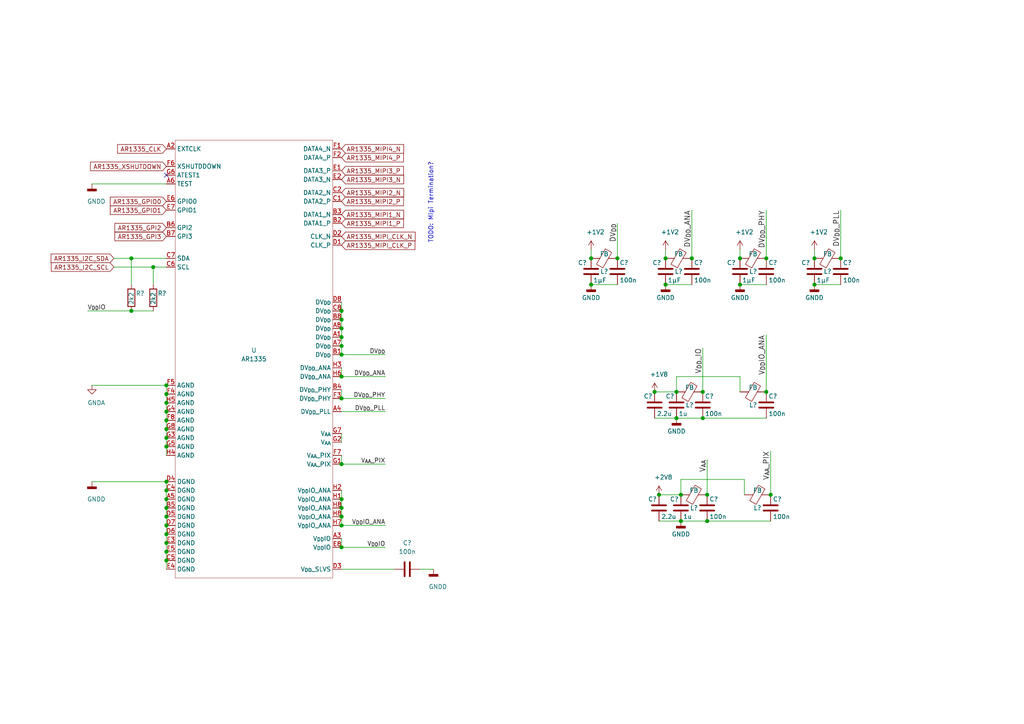
<source format=kicad_sch>
(kicad_sch (version 20201015) (generator eeschema)
  (paper "A4")
  (lib_symbols
    (symbol "Device:C" (pin_numbers hide) (pin_names (offset 0.254))
      (property "Reference" "C" (at 0.635 2.54 0))
      (property "Value" "C" (at 0.635 -2.54 0))
      (symbol "C_0_1"
        (polyline (pts (xy -2.032 -0.762) (xy 2.032 -0.762)) (stroke (width 0.508)))
        (polyline (pts (xy -2.032 0.762) (xy 2.032 0.762)) (stroke (width 0.508)))
      )
      (symbol "C_1_1"
        (pin passive line (at 0 3.81 270) (length 2.794) (name "~") (number "1"))
        (pin passive line (at 0 -3.81 90) (length 2.794) (name "~") (number "2"))
      )
    )
    (symbol "Device:FerriteBead" (pin_numbers hide) (pin_names (offset 0))
      (property "Reference" "FB" (at -3.81 0.635 90))
      (property "Value" "FerriteBead" (at 3.81 0 90))
      (symbol "FerriteBead_0_1"
        (polyline (pts (xy 0 -1.27) (xy 0 -1.2192)))
        (polyline (pts (xy 0 1.27) (xy 0 1.2954)))
        (polyline (pts (xy -2.7686 0.4064) (xy -1.7018 2.2606) (xy 2.7686 -0.3048) (xy 1.6764 -2.159) (xy -2.7686 0.4064)))
      )
      (symbol "FerriteBead_1_1"
        (pin passive line (at 0 3.81 270) (length 2.54) (name "~") (number "1"))
        (pin passive line (at 0 -3.81 90) (length 2.54) (name "~") (number "2"))
      )
    )
    (symbol "Device:R" (pin_numbers hide) (pin_names (offset 0))
      (property "Reference" "R" (at 2.032 0 90))
      (property "Value" "R" (at 0 0 90))
      (symbol "R_0_1"
        (rectangle (start -1.016 -2.54) (end 1.016 2.54) (stroke (width 0.254)))
      )
      (symbol "R_1_1"
        (pin passive line (at 0 3.81 270) (length 1.27) (name "~") (number "1"))
        (pin passive line (at 0 -3.81 90) (length 1.27) (name "~") (number "2"))
      )
    )
    (symbol "parts:AR1335"
      (property "Reference" "U" (at 0 -1.27 0))
      (property "Value" "AR1335" (at 0 1.27 0))
      (symbol "AR1335_0_0"
        (pin output line (at 25.4 50.8 180) (length 2.54) (name "DATA2_N") (number "C2"))
        (pin output line (at 25.4 38.1 180) (length 2.54) (name "CLK_N") (number "D2"))
        (pin output line (at 25.4 63.5 180) (length 2.54) (name "DATA4_N") (number "F1"))
        (pin power_in line (at 25.4 -21.59 180) (length 2.54) (name "V_{AA}") (number "G2"))
        (pin power_in line (at 25.4 -43.18 180) (length 2.54) (name "V_{DDI}O_ANA") (number "H8"))
        (pin output line (at 25.4 44.45 180) (length 2.54) (name "DATA1_N") (number "B3"))
        (pin power_in line (at 25.4 -58.42 180) (length 2.54) (name "V_{DD}_SLVS") (number "D3"))
        (pin power_in line (at -25.4 -33.02 0) (length 2.54) (name "DGND") (number "D4"))
        (pin power_in line (at 25.4 -6.35 180) (length 2.54) (name "DV_{DD}_PHY") (number "B4"))
        (pin power_in line (at -25.4 -12.7 0) (length 2.54) (name "AGND") (number "G4"))
        (pin power_in line (at 25.4 6.35 180) (length 2.54) (name "DV_{DD}") (number "A7"))
        (pin power_in line (at 25.4 -12.7 180) (length 2.54) (name "DV_{DD}_PLL") (number "A4"))
        (pin power_in line (at -25.4 -35.56 0) (length 2.54) (name "DGND") (number "C4"))
        (pin power_in line (at -25.4 -38.1 0) (length 2.54) (name "DGND") (number "A5"))
        (pin power_in line (at -25.4 -40.64 0) (length 2.54) (name "DGND") (number "B5"))
        (pin power_in line (at -25.4 -15.24 0) (length 2.54) (name "AGND") (number "F8"))
        (pin power_in line (at -25.4 -17.78 0) (length 2.54) (name "AGND") (number "G8"))
        (pin power_in line (at -25.4 -20.32 0) (length 2.54) (name "AGND") (number "G3"))
        (pin power_in line (at -25.4 -43.18 0) (length 2.54) (name "DGND") (number "D5"))
        (pin power_in line (at -25.4 -45.72 0) (length 2.54) (name "DGND") (number "D7"))
        (pin power_in line (at -25.4 -48.26 0) (length 2.54) (name "DGND") (number "D6"))
        (pin power_in line (at -25.4 -50.8 0) (length 2.54) (name "DGND") (number "E3"))
        (pin power_in line (at -25.4 -53.34 0) (length 2.54) (name "DGND") (number "E5"))
        (pin power_in line (at -25.4 -5.08 0) (length 2.54) (name "AGND") (number "F5"))
        (pin power_in line (at -25.4 -7.62 0) (length 2.54) (name "AGND") (number "F4"))
        (pin power_in line (at -25.4 -10.16 0) (length 2.54) (name "AGND") (number "H5"))
        (pin input line (at -25.4 53.34 0) (length 2.54) (name "TEST") (number "A6"))
        (pin input line (at -25.4 40.64 0) (length 2.54) (name "GPI2") (number "B6"))
        (pin input line (at -25.4 29.21 0) (length 2.54) (name "SCL") (number "C6"))
        (pin power_in line (at -25.4 -55.88 0) (length 2.54) (name "DGND") (number "C5"))
        (pin bidirectional line (at -25.4 48.26 0) (length 2.54) (name "GPIO0") (number "E6"))
        (pin input line (at -25.4 58.42 0) (length 2.54) (name "XSHUTDDOWN") (number "F6"))
        (pin input line (at -25.4 55.88 0) (length 2.54) (name "ATEST1") (number "G6"))
        (pin power_in line (at 25.4 3.81 180) (length 2.54) (name "DV_{DD}") (number "B1"))
        (pin input line (at -25.4 38.1 0) (length 2.54) (name "GPI3") (number "B7"))
        (pin input line (at -25.4 31.75 0) (length 2.54) (name "SDA") (number "C7"))
        (pin power_in line (at -25.4 -58.42 0) (length 2.54) (name "DGND") (number "E4"))
        (pin bidirectional line (at -25.4 45.72 0) (length 2.54) (name "GPIO1") (number "E7"))
        (pin power_in line (at 25.4 -19.05 180) (length 2.54) (name "V_{AA}") (number "G7"))
        (pin power_in line (at 25.4 -2.54 180) (length 2.54) (name "DV_{DD}_ANA") (number "H6"))
        (pin power_in line (at 25.4 11.43 180) (length 2.54) (name "DV_{DD}") (number "A8"))
        (pin power_in line (at 25.4 13.97 180) (length 2.54) (name "DV_{DD}") (number "B8"))
        (pin power_in line (at 25.4 16.51 180) (length 2.54) (name "DV_{DD}") (number "C8"))
        (pin power_in line (at 25.4 -52.07 180) (length 2.54) (name "V_{DD}IO") (number "E8"))
        (pin power_in line (at -25.4 -22.86 0) (length 2.54) (name "AGND") (number "G5"))
        (pin power_in line (at -25.4 -25.4 0) (length 2.54) (name "AGND") (number "H4"))
        (pin power_in line (at 25.4 -40.64 180) (length 2.54) (name "V_{DD}IO_ANA") (number "H8"))
        (pin power_in line (at 25.4 -49.53 180) (length 2.54) (name "V_{DD}IO") (number "A3"))
        (pin power_in line (at 25.4 19.05 180) (length 2.54) (name "DV_{DD}") (number "D8"))
        (pin output line (at 25.4 57.15 180) (length 2.54) (name "DATA3_P") (number "E1"))
        (pin power_in line (at 25.4 -8.89 180) (length 2.54) (name "DV_{DD}_PHY") (number "F3"))
        (pin power_in line (at 25.4 -27.94 180) (length 2.54) (name "V_{AA}_PIX") (number "G1"))
        (pin power_in line (at 25.4 -38.1 180) (length 2.54) (name "V_{DD}IO_ANA") (number "H1"))
        (pin power_in line (at 25.4 -35.56 180) (length 2.54) (name "V_{DD}IO_ANA") (number "H2"))
        (pin power_in line (at 25.4 0 180) (length 2.54) (name "DV_{DD}_ANA") (number "H3"))
      )
      (symbol "AR1335_0_1"
        (rectangle (start -22.86 66.04) (end 22.86 -60.96) (stroke (width 0.0006)))
      )
      (symbol "AR1335_1_1"
        (pin power_in line (at 25.4 8.89 180) (length 2.54) (name "DV_{DD}") (number "A1"))
        (pin output line (at 25.4 48.26 180) (length 2.54) (name "DATA2_P") (number "C1"))
        (pin output line (at 25.4 35.56 180) (length 2.54) (name "CLK_P") (number "D1"))
        (pin output line (at 25.4 54.61 180) (length 2.54) (name "DATA3_N") (number "E2"))
        (pin output line (at 25.4 60.96 180) (length 2.54) (name "DATA4_P") (number "F2"))
        (pin power_in line (at 25.4 -25.4 180) (length 2.54) (name "V_{AA}_PIX") (number "F7"))
        (pin power_in line (at 25.4 -45.72 180) (length 2.54) (name "V_{DD}IO_ANA") (number "H7"))
        (pin input line (at -25.4 63.5 0) (length 2.54) (name "EXTCLK") (number "A2"))
        (pin output line (at 25.4 41.91 180) (length 2.54) (name "DATA1_P") (number "B2"))
      )
    )
    (symbol "power:+1V2" (power) (pin_names (offset 0))
      (property "Value" "+1V2" (at 0 3.556 0))
      (symbol "+1V2_0_1"
        (polyline (pts (xy -0.762 1.27) (xy 0 2.54)))
        (polyline (pts (xy 0 0) (xy 0 2.54)))
        (polyline (pts (xy 0 2.54) (xy 0.762 1.27)))
      )
      (symbol "+1V2_1_1"
        (pin power_in line (at 0 0 90) (length 0) hide (name "+1V2") (number "1"))
      )
    )
    (symbol "power:+1V8" (power) (pin_names (offset 0))
      (property "Value" "+1V8" (at 0 3.556 0))
      (symbol "+1V8_0_1"
        (polyline (pts (xy -0.762 1.27) (xy 0 2.54)))
        (polyline (pts (xy 0 0) (xy 0 2.54)))
        (polyline (pts (xy 0 2.54) (xy 0.762 1.27)))
      )
      (symbol "+1V8_1_1"
        (pin power_in line (at 0 0 90) (length 0) hide (name "+1V8") (number "1"))
      )
    )
    (symbol "power:+2V8" (power) (pin_names (offset 0))
      (property "Value" "+2V8" (at 0 3.556 0))
      (symbol "+2V8_0_1"
        (polyline (pts (xy -0.762 1.27) (xy 0 2.54)))
        (polyline (pts (xy 0 0) (xy 0 2.54)))
        (polyline (pts (xy 0 2.54) (xy 0.762 1.27)))
      )
      (symbol "+2V8_1_1"
        (pin power_in line (at 0 0 90) (length 0) hide (name "+2V8") (number "1"))
      )
    )
    (symbol "power:GNDA" (power) (pin_names (offset 0))
      (property "Value" "GNDA" (at 0 -3.81 0))
      (symbol "GNDA_0_1"
        (polyline (pts (xy 0 0) (xy 0 -1.27) (xy 1.27 -1.27) (xy 0 -2.54) (xy -1.27 -1.27) (xy 0 -1.27)))
      )
      (symbol "GNDA_1_1"
        (pin power_in line (at 0 0 270) (length 0) hide (name "GNDA") (number "1"))
      )
    )
    (symbol "power:GNDD" (power) (pin_names (offset 0))
      (property "Value" "GNDD" (at 0 -3.175 0))
      (symbol "GNDD_0_1"
        (rectangle (start -1.27 -1.524) (end 1.27 -2.032) (stroke (width 0.254)) (fill (type outline)))
        (polyline (pts (xy 0 0) (xy 0 -1.524)))
      )
      (symbol "GNDD_1_1"
        (pin power_in line (at 0 0 270) (length 0) hide (name "GNDD") (number "1"))
      )
    )
  )
  (junction (at 38.1 74.93) (diameter 1.016))
  (junction (at 38.1 90.17) (diameter 1.016))
  (junction (at 44.45 77.47) (diameter 1.016))
  (junction (at 48.26 111.76) (diameter 1.016))
  (junction (at 48.26 114.3) (diameter 1.016))
  (junction (at 48.26 116.84) (diameter 1.016))
  (junction (at 48.26 119.38) (diameter 1.016))
  (junction (at 48.26 121.92) (diameter 1.016))
  (junction (at 48.26 124.46) (diameter 1.016))
  (junction (at 48.26 127) (diameter 1.016))
  (junction (at 48.26 129.54) (diameter 1.016))
  (junction (at 48.26 139.7) (diameter 1.016))
  (junction (at 48.26 142.24) (diameter 1.016))
  (junction (at 48.26 144.78) (diameter 1.016))
  (junction (at 48.26 147.32) (diameter 1.016))
  (junction (at 48.26 149.86) (diameter 1.016))
  (junction (at 48.26 152.4) (diameter 1.016))
  (junction (at 48.26 154.94) (diameter 1.016))
  (junction (at 48.26 157.48) (diameter 1.016))
  (junction (at 48.26 160.02) (diameter 1.016))
  (junction (at 48.26 162.56) (diameter 1.016))
  (junction (at 99.06 90.17) (diameter 1.016))
  (junction (at 99.06 92.71) (diameter 1.016))
  (junction (at 99.06 95.25) (diameter 1.016))
  (junction (at 99.06 97.79) (diameter 1.016))
  (junction (at 99.06 100.33) (diameter 1.016))
  (junction (at 99.06 102.87) (diameter 1.016))
  (junction (at 99.06 109.22) (diameter 1.016))
  (junction (at 99.06 115.57) (diameter 1.016))
  (junction (at 99.06 134.62) (diameter 1.016))
  (junction (at 99.06 144.78) (diameter 1.016))
  (junction (at 99.06 147.32) (diameter 1.016))
  (junction (at 99.06 149.86) (diameter 1.016))
  (junction (at 99.06 152.4) (diameter 1.016))
  (junction (at 99.06 158.75) (diameter 1.016))
  (junction (at 171.45 74.93) (diameter 1.016))
  (junction (at 171.45 82.55) (diameter 1.016))
  (junction (at 179.07 74.93) (diameter 1.016))
  (junction (at 189.865 113.665) (diameter 1.016))
  (junction (at 191.135 143.51) (diameter 1.016))
  (junction (at 193.04 74.93) (diameter 1.016))
  (junction (at 193.04 82.55) (diameter 1.016))
  (junction (at 196.215 113.665) (diameter 1.016))
  (junction (at 196.215 121.285) (diameter 1.016))
  (junction (at 197.485 143.51) (diameter 1.016))
  (junction (at 197.485 151.13) (diameter 1.016))
  (junction (at 200.66 74.93) (diameter 1.016))
  (junction (at 203.835 113.665) (diameter 1.016))
  (junction (at 203.835 121.285) (diameter 1.016))
  (junction (at 205.105 143.51) (diameter 1.016))
  (junction (at 205.105 151.13) (diameter 1.016))
  (junction (at 214.63 74.93) (diameter 1.016))
  (junction (at 214.63 82.55) (diameter 1.016))
  (junction (at 222.25 74.93) (diameter 1.016))
  (junction (at 222.25 113.665) (diameter 1.016))
  (junction (at 223.52 143.51) (diameter 1.016))
  (junction (at 236.22 74.93) (diameter 1.016))
  (junction (at 236.22 82.55) (diameter 1.016))
  (junction (at 243.84 74.93) (diameter 1.016))
  (no_connect (at 48.26 50.8))
  (wire (pts (xy 25.4 90.17) (xy 38.1 90.17)))
  (wire (pts (xy 26.67 53.34) (xy 48.26 53.34)))
  (wire (pts (xy 26.67 111.76) (xy 48.26 111.76)))
  (wire (pts (xy 26.67 139.7) (xy 48.26 139.7)))
  (wire (pts (xy 33.02 74.93) (xy 38.1 74.93)))
  (wire (pts (xy 33.02 77.47) (xy 44.45 77.47)))
  (wire (pts (xy 38.1 74.93) (xy 38.1 82.55)))
  (wire (pts (xy 38.1 74.93) (xy 48.26 74.93)))
  (wire (pts (xy 38.1 90.17) (xy 44.45 90.17)))
  (wire (pts (xy 44.45 77.47) (xy 44.45 82.55)))
  (wire (pts (xy 44.45 77.47) (xy 48.26 77.47)))
  (wire (pts (xy 48.26 111.76) (xy 48.26 114.3)))
  (wire (pts (xy 48.26 114.3) (xy 48.26 116.84)))
  (wire (pts (xy 48.26 116.84) (xy 48.26 119.38)))
  (wire (pts (xy 48.26 119.38) (xy 48.26 121.92)))
  (wire (pts (xy 48.26 121.92) (xy 48.26 124.46)))
  (wire (pts (xy 48.26 124.46) (xy 48.26 127)))
  (wire (pts (xy 48.26 127) (xy 48.26 129.54)))
  (wire (pts (xy 48.26 129.54) (xy 48.26 132.08)))
  (wire (pts (xy 48.26 139.7) (xy 48.26 142.24)))
  (wire (pts (xy 48.26 142.24) (xy 48.26 144.78)))
  (wire (pts (xy 48.26 144.78) (xy 48.26 147.32)))
  (wire (pts (xy 48.26 147.32) (xy 48.26 149.86)))
  (wire (pts (xy 48.26 149.86) (xy 48.26 152.4)))
  (wire (pts (xy 48.26 152.4) (xy 48.26 154.94)))
  (wire (pts (xy 48.26 154.94) (xy 48.26 157.48)))
  (wire (pts (xy 48.26 157.48) (xy 48.26 160.02)))
  (wire (pts (xy 48.26 160.02) (xy 48.26 162.56)))
  (wire (pts (xy 48.26 162.56) (xy 48.26 165.1)))
  (wire (pts (xy 99.06 87.63) (xy 99.06 90.17)))
  (wire (pts (xy 99.06 90.17) (xy 99.06 92.71)))
  (wire (pts (xy 99.06 92.71) (xy 99.06 95.25)))
  (wire (pts (xy 99.06 95.25) (xy 99.06 97.79)))
  (wire (pts (xy 99.06 97.79) (xy 99.06 100.33)))
  (wire (pts (xy 99.06 100.33) (xy 99.06 102.87)))
  (wire (pts (xy 99.06 102.87) (xy 111.76 102.87)))
  (wire (pts (xy 99.06 106.68) (xy 99.06 109.22)))
  (wire (pts (xy 99.06 109.22) (xy 111.76 109.22)))
  (wire (pts (xy 99.06 113.03) (xy 99.06 115.57)))
  (wire (pts (xy 99.06 115.57) (xy 111.76 115.57)))
  (wire (pts (xy 99.06 119.38) (xy 111.76 119.38)))
  (wire (pts (xy 99.06 125.73) (xy 99.06 128.27)))
  (wire (pts (xy 99.06 132.08) (xy 99.06 134.62)))
  (wire (pts (xy 99.06 134.62) (xy 111.76 134.62)))
  (wire (pts (xy 99.06 142.24) (xy 99.06 144.78)))
  (wire (pts (xy 99.06 144.78) (xy 99.06 147.32)))
  (wire (pts (xy 99.06 147.32) (xy 99.06 149.86)))
  (wire (pts (xy 99.06 149.86) (xy 99.06 152.4)))
  (wire (pts (xy 99.06 152.4) (xy 111.76 152.4)))
  (wire (pts (xy 99.06 156.21) (xy 99.06 158.75)))
  (wire (pts (xy 99.06 158.75) (xy 111.76 158.75)))
  (wire (pts (xy 99.06 165.1) (xy 114.3 165.1)))
  (wire (pts (xy 121.92 165.1) (xy 125.73 165.1)))
  (wire (pts (xy 171.45 74.93) (xy 171.45 72.39)))
  (wire (pts (xy 171.45 82.55) (xy 179.07 82.55)))
  (wire (pts (xy 179.07 74.93) (xy 179.07 64.77)))
  (wire (pts (xy 189.865 113.665) (xy 196.215 113.665)))
  (wire (pts (xy 189.865 121.285) (xy 196.215 121.285)))
  (wire (pts (xy 191.135 143.51) (xy 197.485 143.51)))
  (wire (pts (xy 191.135 151.13) (xy 197.485 151.13)))
  (wire (pts (xy 193.04 74.93) (xy 193.04 72.39)))
  (wire (pts (xy 193.04 82.55) (xy 200.66 82.55)))
  (wire (pts (xy 196.215 109.22) (xy 196.215 113.665)))
  (wire (pts (xy 196.215 109.22) (xy 214.63 109.22)))
  (wire (pts (xy 196.215 121.285) (xy 203.835 121.285)))
  (wire (pts (xy 197.485 139.065) (xy 197.485 143.51)))
  (wire (pts (xy 197.485 139.065) (xy 215.9 139.065)))
  (wire (pts (xy 197.485 151.13) (xy 205.105 151.13)))
  (wire (pts (xy 200.66 60.96) (xy 200.66 74.93)))
  (wire (pts (xy 203.835 100.965) (xy 203.835 113.665)))
  (wire (pts (xy 203.835 121.285) (xy 222.25 121.285)))
  (wire (pts (xy 205.105 143.51) (xy 205.105 133.35)))
  (wire (pts (xy 205.105 151.13) (xy 223.52 151.13)))
  (wire (pts (xy 214.63 74.93) (xy 214.63 72.39)))
  (wire (pts (xy 214.63 82.55) (xy 222.25 82.55)))
  (wire (pts (xy 214.63 109.22) (xy 214.63 113.665)))
  (wire (pts (xy 215.9 139.065) (xy 215.9 143.51)))
  (wire (pts (xy 222.25 60.96) (xy 222.25 74.93)))
  (wire (pts (xy 222.25 97.155) (xy 222.25 113.665)))
  (wire (pts (xy 223.52 130.81) (xy 223.52 143.51)))
  (wire (pts (xy 236.22 74.93) (xy 236.22 72.39)))
  (wire (pts (xy 236.22 82.55) (xy 243.84 82.55)))
  (wire (pts (xy 243.84 60.96) (xy 243.84 74.93)))
  (text "TODO: Mipi Termination?" (at 125.73 46.99 270) (effects (font (size 1.27 1.27)) (justify right bottom)))
  (label "V_{DD}IO" (at 25.4 90.17 0))
  (label "DV_{DD}" (at 111.76 102.87 180))
  (label "DV_{DD}_ANA" (at 111.76 109.22 180))
  (label "DV_{DD}_PHY" (at 111.76 115.57 180))
  (label "DV_{DD}_PLL" (at 111.76 119.38 180))
  (label "V_{AA}_PIX" (at 111.76 134.62 180))
  (label "V_{DD}IO_ANA" (at 111.76 152.4 180))
  (label "V_{DD}IO" (at 111.76 158.75 180))
  (label "DV_{DD}" (at 179.07 64.77 270) (effects (font (size 1.524 1.524))))
  (label "DV_{DD}_ANA" (at 200.66 60.96 270) (effects (font (size 1.524 1.524))))
  (label "V_{DD}_IO" (at 203.835 100.965 270) (effects (font (size 1.524 1.524))))
  (label "V_{AA}" (at 205.105 133.35 270) (effects (font (size 1.524 1.524))))
  (label "DV_{DD}_PHY" (at 222.25 60.96 270) (effects (font (size 1.524 1.524))))
  (label "V_{DD}IO_ANA" (at 222.25 97.155 270) (effects (font (size 1.524 1.524))))
  (label "V_{AA}_PIX" (at 223.52 130.81 270) (effects (font (size 1.524 1.524))))
  (label "DV_{DD}_PLL" (at 243.84 60.96 270) (effects (font (size 1.524 1.524))))
  (global_label "AR1335_I2C_SDA" (shape input) (at 33.02 74.93 180) (property "Intersheet References" "${INTERSHEET_REFS}" (effects hide)))
  (global_label "AR1335_I2C_SCL" (shape input) (at 33.02 77.47 180) (property "Intersheet References" "${INTERSHEET_REFS}" (effects hide)))
  (global_label "AR1335_CLK" (shape input) (at 48.26 43.18 180) (property "Intersheet References" "${INTERSHEET_REFS}" (effects hide)))
  (global_label "AR1335_XSHUTDOWN" (shape input) (at 48.26 48.26 180) (property "Intersheet References" "${INTERSHEET_REFS}" (effects hide)))
  (global_label "AR1335_GPIO0" (shape input) (at 48.26 58.42 180) (property "Intersheet References" "${INTERSHEET_REFS}" (effects hide)))
  (global_label "AR1335_GPIO1" (shape input) (at 48.26 60.96 180) (property "Intersheet References" "${INTERSHEET_REFS}" (effects hide)))
  (global_label "AR1335_GPI2" (shape input) (at 48.26 66.04 180) (property "Intersheet References" "${INTERSHEET_REFS}" (effects hide)))
  (global_label "AR1335_GPI3" (shape input) (at 48.26 68.58 180) (property "Intersheet References" "${INTERSHEET_REFS}" (effects hide)))
  (global_label "AR1335_MIPI4_N" (shape input) (at 99.06 43.18 0) (property "Intersheet References" "${INTERSHEET_REFS}" (effects hide)))
  (global_label "AR1335_MIPI4_P" (shape input) (at 99.06 45.72 0) (property "Intersheet References" "${INTERSHEET_REFS}" (effects hide)))
  (global_label "AR1335_MIPI3_P" (shape input) (at 99.06 49.53 0) (property "Intersheet References" "${INTERSHEET_REFS}" (effects hide)))
  (global_label "AR1335_MIPI3_N" (shape input) (at 99.06 52.07 0) (property "Intersheet References" "${INTERSHEET_REFS}" (effects hide)))
  (global_label "AR1335_MIPI2_N" (shape input) (at 99.06 55.88 0) (property "Intersheet References" "${INTERSHEET_REFS}" (effects hide)))
  (global_label "AR1335_MIPI2_P" (shape input) (at 99.06 58.42 0) (property "Intersheet References" "${INTERSHEET_REFS}" (effects hide)))
  (global_label "AR1335_MIPI1_N" (shape input) (at 99.06 62.23 0) (property "Intersheet References" "${INTERSHEET_REFS}" (effects hide)))
  (global_label "AR1335_MIPI1_P" (shape input) (at 99.06 64.77 0) (property "Intersheet References" "${INTERSHEET_REFS}" (effects hide)))
  (global_label "AR1335_MIPI_CLK_N" (shape input) (at 99.06 68.58 0) (property "Intersheet References" "${INTERSHEET_REFS}" (effects hide)))
  (global_label "AR1335_MIPI_CLK_P" (shape input) (at 99.06 71.12 0) (property "Intersheet References" "${INTERSHEET_REFS}" (effects hide)))
  (symbol (lib_id "power:+1V2") (at 171.45 72.39 0) (unit 1)
    (property "Reference" "#PWR?" (effects hide))
    (property "Value" "+1V2" (at 172.72 67.31 0))
  )
  (symbol (lib_id "power:+1V8") (at 189.865 113.665 0) (unit 1)
    (property "Reference" "#PWR?" (effects hide))
    (property "Value" "+1V8" (at 191.135 108.585 0))
  )
  (symbol (lib_id "power:+2V8") (at 191.135 143.51 0) (unit 1)
    (property "Reference" "#PWR?" (effects hide))
    (property "Value" "+2V8" (at 192.405 138.43 0))
  )
  (symbol (lib_id "power:+1V2") (at 193.04 72.39 0) (unit 1)
    (property "Reference" "#PWR?" (effects hide))
    (property "Value" "+1V2" (at 194.31 67.31 0))
  )
  (symbol (lib_id "power:+1V2") (at 214.63 72.39 0) (unit 1)
    (property "Reference" "#PWR?" (effects hide))
    (property "Value" "+1V2" (at 215.9 67.31 0))
  )
  (symbol (lib_id "power:+1V2") (at 236.22 72.39 0) (unit 1)
    (property "Reference" "#PWR?" (effects hide))
    (property "Value" "+1V2" (at 237.49 67.31 0))
  )
  (symbol (lib_id "power:GNDD") (at 26.67 53.34 0) (unit 1)
    (property "Reference" "#PWR?" (effects hide))
    (property "Value" "GNDD" (at 27.94 58.42 0))
  )
  (symbol (lib_id "power:GNDD") (at 26.67 139.7 0) (unit 1)
    (property "Reference" "#PWR?" (effects hide))
    (property "Value" "GNDD" (at 27.94 144.78 0))
  )
  (symbol (lib_id "power:GNDD") (at 125.73 165.1 0) (unit 1)
    (property "Reference" "#PWR?" (effects hide))
    (property "Value" "GNDD" (at 127 170.18 0))
  )
  (symbol (lib_id "power:GNDD") (at 171.45 82.55 0) (unit 1)
    (property "Reference" "#PWR?" (effects hide))
    (property "Value" "GNDD" (at 171.45 86.36 0))
  )
  (symbol (lib_id "power:GNDD") (at 193.04 82.55 0) (unit 1)
    (property "Reference" "#PWR?" (effects hide))
    (property "Value" "GNDD" (at 193.04 86.36 0))
  )
  (symbol (lib_id "power:GNDD") (at 196.215 121.285 0) (unit 1)
    (property "Reference" "#PWR?" (effects hide))
    (property "Value" "GNDD" (at 196.215 125.095 0))
  )
  (symbol (lib_id "power:GNDD") (at 197.485 151.13 0) (unit 1)
    (property "Reference" "#PWR?" (effects hide))
    (property "Value" "GNDD" (at 197.485 154.94 0))
  )
  (symbol (lib_id "power:GNDD") (at 214.63 82.55 0) (unit 1)
    (property "Reference" "#PWR?" (effects hide))
    (property "Value" "GNDD" (at 214.63 86.36 0))
  )
  (symbol (lib_id "power:GNDD") (at 236.22 82.55 0) (unit 1)
    (property "Reference" "#PWR?" (effects hide))
    (property "Value" "GNDD" (at 236.22 86.36 0))
  )
  (symbol (lib_id "power:GNDA") (at 26.67 111.76 0) (unit 1)
    (property "Reference" "#PWR?" (effects hide))
    (property "Value" "GNDA" (at 27.94 116.84 0))
  )
  (symbol (lib_id "Device:R") (at 38.1 86.36 0) (unit 1)
    (property "Reference" "R?" (at 39.37 85.09 0) (effects (justify left)))
    (property "Value" "2k2" (at 38.1 88.392 90) (effects (justify left)))
  )
  (symbol (lib_id "Device:R") (at 44.45 86.36 0) (unit 1)
    (property "Reference" "R?" (at 45.72 85.09 0) (effects (justify left)))
    (property "Value" "2k2" (at 44.45 88.392 90) (effects (justify left)))
  )
  (symbol (lib_id "Device:C") (at 118.11 165.1 270) (unit 1)
    (property "Reference" "C?" (at 118.11 157.48 90))
    (property "Value" "100n" (at 118.11 160.02 90))
  )
  (symbol (lib_id "Device:C") (at 171.45 78.74 0) (unit 1)
    (property "Reference" "C?" (at 167.64 76.2 0) (effects (justify left)))
    (property "Value" "1µF" (at 172.085 81.28 0) (effects (justify left)))
    (property "Footprint" "Capacitors_SMD:C_0402" (effects hide))
  )
  (symbol (lib_id "Device:C") (at 179.07 78.74 0) (unit 1)
    (property "Reference" "C?" (at 179.705 76.2 0) (effects (justify left)))
    (property "Value" "100n" (at 179.705 81.28 0) (effects (justify left)))
    (property "Footprint" "Capacitors_SMD:C_0402" (effects hide))
  )
  (symbol (lib_id "Device:C") (at 189.865 117.475 0) (unit 1)
    (property "Reference" "C?" (at 186.69 114.935 0) (effects (justify left)))
    (property "Value" "2.2u" (at 190.5 120.015 0) (effects (justify left)))
  )
  (symbol (lib_id "Device:C") (at 191.135 147.32 0) (unit 1)
    (property "Reference" "C?" (at 187.96 144.78 0) (effects (justify left)))
    (property "Value" "2.2u" (at 191.77 149.86 0) (effects (justify left)))
  )
  (symbol (lib_id "Device:C") (at 193.04 78.74 0) (unit 1)
    (property "Reference" "C?" (at 189.23 76.2 0) (effects (justify left)))
    (property "Value" "1µF" (at 193.675 81.28 0) (effects (justify left)))
    (property "Footprint" "Capacitors_SMD:C_0402" (effects hide))
  )
  (symbol (lib_id "Device:C") (at 196.215 117.475 0) (unit 1)
    (property "Reference" "C?" (at 193.04 114.935 0) (effects (justify left)))
    (property "Value" "1u" (at 196.85 120.015 0) (effects (justify left)))
    (property "Footprint" "Capacitors_SMD:C_0402" (effects hide))
  )
  (symbol (lib_id "Device:C") (at 197.485 147.32 0) (unit 1)
    (property "Reference" "C?" (at 194.31 144.78 0) (effects (justify left)))
    (property "Value" "1u" (at 198.12 149.86 0) (effects (justify left)))
    (property "Footprint" "Capacitors_SMD:C_0402" (effects hide))
  )
  (symbol (lib_id "Device:C") (at 200.66 78.74 0) (unit 1)
    (property "Reference" "C?" (at 201.295 76.2 0) (effects (justify left)))
    (property "Value" "100n" (at 201.295 81.28 0) (effects (justify left)))
    (property "Footprint" "Capacitors_SMD:C_0402" (effects hide))
  )
  (symbol (lib_id "Device:C") (at 203.835 117.475 0) (unit 1)
    (property "Reference" "C?" (at 204.47 114.935 0) (effects (justify left)))
    (property "Value" "100n" (at 204.47 120.015 0) (effects (justify left)))
    (property "Footprint" "Capacitors_SMD:C_0402" (effects hide))
  )
  (symbol (lib_id "Device:C") (at 205.105 147.32 0) (unit 1)
    (property "Reference" "C?" (at 205.74 144.78 0) (effects (justify left)))
    (property "Value" "100n" (at 205.74 149.86 0) (effects (justify left)))
    (property "Footprint" "Capacitors_SMD:C_0402" (effects hide))
  )
  (symbol (lib_id "Device:C") (at 214.63 78.74 0) (unit 1)
    (property "Reference" "C?" (at 210.82 76.2 0) (effects (justify left)))
    (property "Value" "1µF" (at 215.265 81.28 0) (effects (justify left)))
    (property "Footprint" "Capacitors_SMD:C_0402" (effects hide))
  )
  (symbol (lib_id "Device:C") (at 222.25 78.74 0) (unit 1)
    (property "Reference" "C?" (at 222.885 76.2 0) (effects (justify left)))
    (property "Value" "100n" (at 222.885 81.28 0) (effects (justify left)))
    (property "Footprint" "Capacitors_SMD:C_0402" (effects hide))
  )
  (symbol (lib_id "Device:C") (at 222.25 117.475 0) (unit 1)
    (property "Reference" "C?" (at 222.885 114.935 0) (effects (justify left)))
    (property "Value" "100n" (at 222.885 120.015 0) (effects (justify left)))
    (property "Footprint" "Capacitors_SMD:C_0402" (effects hide))
  )
  (symbol (lib_id "Device:C") (at 223.52 147.32 0) (unit 1)
    (property "Reference" "C?" (at 224.155 144.78 0) (effects (justify left)))
    (property "Value" "100n" (at 224.155 149.86 0) (effects (justify left)))
    (property "Footprint" "Capacitors_SMD:C_0402" (effects hide))
  )
  (symbol (lib_id "Device:C") (at 236.22 78.74 0) (unit 1)
    (property "Reference" "C?" (at 232.41 76.2 0) (effects (justify left)))
    (property "Value" "1µF" (at 236.855 81.28 0) (effects (justify left)))
    (property "Footprint" "Capacitors_SMD:C_0402" (effects hide))
  )
  (symbol (lib_id "Device:C") (at 243.84 78.74 0) (unit 1)
    (property "Reference" "C?" (at 244.475 76.2 0) (effects (justify left)))
    (property "Value" "100n" (at 244.475 81.28 0) (effects (justify left)))
    (property "Footprint" "Capacitors_SMD:C_0402" (effects hide))
  )
  (symbol (lib_id "Device:FerriteBead") (at 175.26 74.93 90) (unit 1)
    (property "Reference" "L?" (at 175.26 78.74 90))
    (property "Value" "FB" (at 175.26 73.66 90))
    (property "Footprint" "parts:ferrite_bead_0402_handsoldering" (effects hide))
  )
  (symbol (lib_id "Device:FerriteBead") (at 196.85 74.93 90) (unit 1)
    (property "Reference" "L?" (at 196.85 78.74 90))
    (property "Value" "FB" (at 196.85 73.66 90))
    (property "Footprint" "parts:ferrite_bead_0402_handsoldering" (effects hide))
  )
  (symbol (lib_id "Device:FerriteBead") (at 200.025 113.665 90) (unit 1)
    (property "Reference" "L?" (at 200.025 117.475 90))
    (property "Value" "FB" (at 200.025 112.395 90))
    (property "Footprint" "parts:ferrite_bead_0402_handsoldering" (effects hide))
  )
  (symbol (lib_id "Device:FerriteBead") (at 201.295 143.51 90) (unit 1)
    (property "Reference" "L?" (at 201.295 147.32 90))
    (property "Value" "FB" (at 201.295 142.24 90))
    (property "Footprint" "parts:ferrite_bead_0402_handsoldering" (effects hide))
  )
  (symbol (lib_id "Device:FerriteBead") (at 218.44 74.93 90) (unit 1)
    (property "Reference" "L?" (at 218.44 78.74 90))
    (property "Value" "FB" (at 218.44 73.66 90))
    (property "Footprint" "parts:ferrite_bead_0402_handsoldering" (effects hide))
  )
  (symbol (lib_id "Device:FerriteBead") (at 218.44 113.665 90) (unit 1)
    (property "Reference" "L?" (at 218.44 117.475 90))
    (property "Value" "FB" (at 218.44 112.395 90))
    (property "Footprint" "parts:ferrite_bead_0402_handsoldering" (effects hide))
  )
  (symbol (lib_id "Device:FerriteBead") (at 219.71 143.51 90) (unit 1)
    (property "Reference" "L?" (at 219.71 147.32 90))
    (property "Value" "FB" (at 219.71 142.24 90))
    (property "Footprint" "parts:ferrite_bead_0402_handsoldering" (effects hide))
  )
  (symbol (lib_id "Device:FerriteBead") (at 240.03 74.93 90) (unit 1)
    (property "Reference" "L?" (at 240.03 78.74 90))
    (property "Value" "FB" (at 240.03 73.66 90))
    (property "Footprint" "parts:ferrite_bead_0402_handsoldering" (effects hide))
  )
  (symbol (lib_id "parts:AR1335") (at 73.66 106.68 0) (unit 1)
    (property "Reference" "U" (at 73.66 101.6 0))
    (property "Value" "AR1335" (at 73.66 104.14 0))
    (property "Footprint" "ar1335:ODCSP63" (effects hide))
  )
)
</source>
